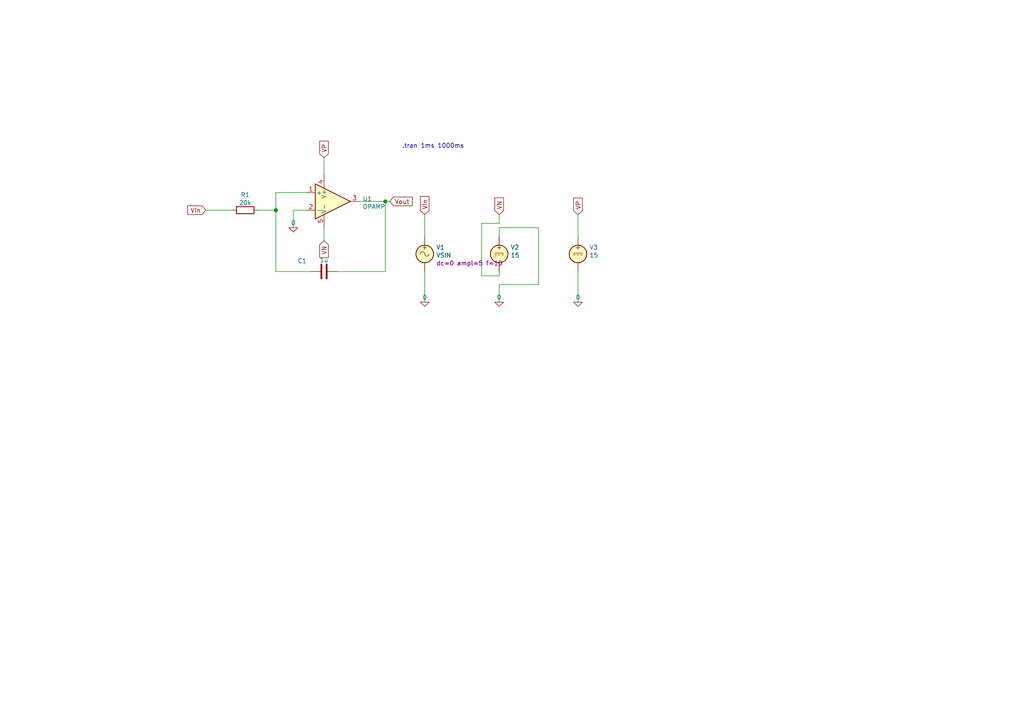
<source format=kicad_sch>
(kicad_sch (version 20210406) (generator eeschema)
  (paper "A4")
  (lib_symbols
    (symbol "Device:C" (pin_numbers hide) (pin_names (offset 0.254))
      (property "Reference" "C" (at 0.635 2.54 0))
      (property "Value" "C" (at 0.635 -2.54 0))
      (symbol "C_0_1"
        (polyline (pts (xy -2.032 -0.762) (xy 2.032 -0.762)) (stroke (width 0.508)))
        (polyline (pts (xy -2.032 0.762) (xy 2.032 0.762)) (stroke (width 0.508)))
      )
      (symbol "C_1_1"
        (pin passive line (at 0 3.81 270) (length 2.794) (name "~") (number "1"))
        (pin passive line (at 0 -3.81 90) (length 2.794) (name "~") (number "2"))
      )
    )
    (symbol "Device:R" (pin_numbers hide) (pin_names (offset 0))
      (property "Reference" "R" (at 2.032 0 90))
      (property "Value" "R" (at 0 0 90))
      (symbol "R_0_1"
        (rectangle (start -1.016 -2.54) (end 1.016 2.54) (stroke (width 0.254)))
      )
      (symbol "R_1_1"
        (pin passive line (at 0 3.81 270) (length 1.27) (name "~") (number "1"))
        (pin passive line (at 0 -3.81 90) (length 1.27) (name "~") (number "2"))
      )
    )
    (symbol "Simulation_SPICE:VDC" (pin_numbers hide) (pin_names (offset 0.0254))
      (property "Reference" "V" (at 2.54 2.54 0))
      (property "Value" "VDC" (at 2.54 0 0))
      (property "Spice_Model" "dc(1)" (at 2.54 -2.54 0))
      (symbol "VDC_0_0"
        (text "+" (at 0 1.905 0) (effects (font (size 1.27 1.27))))
        (polyline (pts (xy -1.27 0.254) (xy 1.27 0.254)))
        (polyline (pts (xy -0.762 -0.254) (xy -1.27 -0.254)))
        (polyline (pts (xy 0.254 -0.254) (xy -0.254 -0.254)))
        (polyline (pts (xy 1.27 -0.254) (xy 0.762 -0.254)))
      )
      (symbol "VDC_0_1"
        (circle (center 0 0) (radius 2.54) (stroke (width 0.254)) (fill (type background)))
      )
      (symbol "VDC_1_1"
        (pin passive line (at 0 5.08 270) (length 2.54) (name "~") (number "1"))
        (pin passive line (at 0 -5.08 90) (length 2.54) (name "~") (number "2"))
      )
    )
    (symbol "Simulation_SPICE:VSIN" (pin_numbers hide) (pin_names (offset 0.0254))
      (property "Reference" "V" (at 2.54 2.54 0))
      (property "Value" "VSIN" (at 2.54 0 0))
      (property "Spice_Model" "sin(0 1 1k)" (at 2.54 -2.54 0))
      (symbol "VSIN_0_0"
        (arc (start 0 0) (end -1.27 0) (radius (at -0.635 0) (length 0.635) (angles 0.1 180)))
        (arc (start 0 0) (end 1.27 0) (radius (at 0.635 0) (length 0.635) (angles 180 -0.1)))
        (text "+" (at 0 1.905 0) (effects (font (size 1.27 1.27))))
      )
      (symbol "VSIN_0_1"
        (circle (center 0 0) (radius 2.54) (stroke (width 0.254)) (fill (type background)))
      )
      (symbol "VSIN_1_1"
        (pin passive line (at 0 5.08 270) (length 2.54) (name "~") (number "1"))
        (pin passive line (at 0 -5.08 90) (length 2.54) (name "~") (number "2"))
      )
    )
    (symbol "pspice:0" (power) (pin_names (offset 0))
      (property "Value" "0" (at 0 -1.778 0))
      (symbol "0_0_1"
        (polyline (pts (xy -1.27 0) (xy 0 -1.27) (xy 1.27 0) (xy -1.27 0)))
      )
      (symbol "0_1_1"
        (pin power_in line (at 0 0 0) (length 0) hide (name "0") (number "1"))
      )
    )
    (symbol "pspice:OPAMP" (pin_names (offset 0.254))
      (property "Reference" "U" (at 3.81 3.175 0))
      (property "Value" "OPAMP" (at 3.81 -3.175 0))
      (symbol "OPAMP_0_1"
        (polyline (pts (xy 5.08 0) (xy -5.08 5.08) (xy -5.08 -5.08) (xy 5.08 0)) (stroke (width 0.254)) (fill (type background)))
      )
      (symbol "OPAMP_1_1"
        (pin input line (at -7.62 2.54 0) (length 2.54) (name "+") (number "1"))
        (pin input line (at -7.62 -2.54 0) (length 2.54) (name "-") (number "2"))
        (pin output line (at 7.62 0 180) (length 2.54) (name "~") (number "3"))
        (pin power_in line (at -2.54 7.62 270) (length 3.81) (name "V+") (number "4"))
        (pin power_in line (at -2.54 -7.62 90) (length 3.81) (name "V-") (number "5"))
      )
    )
  )
  (junction (at 80.01 60.96) (diameter 1.016))
  (junction (at 111.76 58.42) (diameter 1.016))
  (wire (pts (xy 59.69 60.96) (xy 67.31 60.96)))
  (wire (pts (xy 74.93 60.96) (xy 80.01 60.96)))
  (wire (pts (xy 80.01 55.88) (xy 80.01 60.96)))
  (wire (pts (xy 80.01 55.88) (xy 88.9 55.88)))
  (wire (pts (xy 80.01 60.96) (xy 80.01 78.74)))
  (wire (pts (xy 80.01 78.74) (xy 90.17 78.74)))
  (wire (pts (xy 85.09 60.96) (xy 85.09 66.04)))
  (wire (pts (xy 85.09 60.96) (xy 88.9 60.96)))
  (wire (pts (xy 93.98 45.72) (xy 93.98 50.8)))
  (wire (pts (xy 93.98 66.04) (xy 93.98 69.85)))
  (wire (pts (xy 97.79 78.74) (xy 111.76 78.74)))
  (wire (pts (xy 104.14 58.42) (xy 111.76 58.42)))
  (wire (pts (xy 111.76 58.42) (xy 113.03 58.42)))
  (wire (pts (xy 111.76 78.74) (xy 111.76 58.42)))
  (wire (pts (xy 123.19 62.23) (xy 123.19 68.58)))
  (wire (pts (xy 123.19 78.74) (xy 123.19 87.63)))
  (wire (pts (xy 139.7 64.77) (xy 139.7 80.01)))
  (wire (pts (xy 139.7 80.01) (xy 144.78 80.01)))
  (wire (pts (xy 144.78 62.23) (xy 144.78 64.77)))
  (wire (pts (xy 144.78 64.77) (xy 139.7 64.77)))
  (wire (pts (xy 144.78 66.04) (xy 144.78 68.58)))
  (wire (pts (xy 144.78 80.01) (xy 144.78 78.74)))
  (wire (pts (xy 144.78 82.55) (xy 156.21 82.55)))
  (wire (pts (xy 144.78 87.63) (xy 144.78 82.55)))
  (wire (pts (xy 156.21 66.04) (xy 144.78 66.04)))
  (wire (pts (xy 156.21 82.55) (xy 156.21 66.04)))
  (wire (pts (xy 167.64 62.23) (xy 167.64 68.58)))
  (wire (pts (xy 167.64 78.74) (xy 167.64 87.63)))
  (text ".tran 1ms 1000ms" (at 134.62 43.18 180) (effects (font (size 1.27 1.27)) (justify right bottom)))
  (global_label "Vin" (shape input) (at 59.69 60.96 180) (property "Intersheet References" "${INTERSHEET_REFS}" (effects hide)))
  (global_label "VP" (shape input) (at 93.98 45.72 90) (property "Intersheet References" "${INTERSHEET_REFS}" (effects hide)))
  (global_label "VN" (shape input) (at 93.98 69.85 270) (property "Intersheet References" "${INTERSHEET_REFS}" (effects hide)))
  (global_label "Vout" (shape input) (at 113.03 58.42 0) (property "Intersheet References" "${INTERSHEET_REFS}" (effects hide)))
  (global_label "Vin" (shape input) (at 123.19 62.23 90) (property "Intersheet References" "${INTERSHEET_REFS}" (effects hide)))
  (global_label "VN" (shape input) (at 144.78 62.23 90) (property "Intersheet References" "${INTERSHEET_REFS}" (effects hide)))
  (global_label "VP" (shape input) (at 167.64 62.23 90) (property "Intersheet References" "${INTERSHEET_REFS}" (effects hide)))
  (symbol (lib_id "pspice:0") (at 85.09 66.04 0) (unit 1)
    (property "Reference" "#GND?" (effects hide))
    (property "Value" "0" (at 85.09 64.6516 0))
  )
  (symbol (lib_id "pspice:0") (at 123.19 87.63 0) (unit 1)
    (property "Reference" "#GND?" (effects hide))
    (property "Value" "0" (at 123.19 86.2416 0))
  )
  (symbol (lib_id "pspice:0") (at 144.78 87.63 0) (unit 1)
    (property "Reference" "#GND?" (effects hide))
    (property "Value" "0" (at 144.78 86.2416 0))
  )
  (symbol (lib_id "pspice:0") (at 167.64 87.63 0) (unit 1)
    (property "Reference" "#GND?" (effects hide))
    (property "Value" "0" (at 167.64 86.2416 0))
  )
  (symbol (lib_id "Device:R") (at 71.12 60.96 270) (unit 1)
    (property "Reference" "R1" (at 71.12 56.5108 90))
    (property "Value" "20k" (at 71.12 58.8095 90))
  )
  (symbol (lib_id "Device:C") (at 93.98 78.74 90) (unit 1)
    (property "Reference" "C1" (at 87.63 75.6878 90))
    (property "Value" "1u" (at 93.98 75.4465 90))
  )
  (symbol (lib_id "Simulation_SPICE:VSIN") (at 123.19 73.66 0) (unit 1)
    (property "Reference" "V1" (at 126.4921 71.7498 0) (effects (justify left)))
    (property "Value" "VSIN" (at 126.4921 74.0485 0) (effects (justify left)))
    (property "Spice_Netlist_Enabled" "Y" (effects hide))
    (property "Spice_Primitive" "V" (effects hide))
    (property "Spice_Model" "sin(0 5 10)" (at 126.4921 76.3472 0) (effects (justify left)))
  )
  (symbol (lib_id "Simulation_SPICE:VDC") (at 144.78 73.66 0) (unit 1)
    (property "Reference" "V2" (at 148.0821 71.7498 0) (effects (justify left)))
    (property "Value" "VDC" (at 148.0821 74.0485 0) (effects (justify left)))
    (property "Spice_Netlist_Enabled" "Y" (effects hide))
    (property "Spice_Primitive" "V" (effects hide))
    (property "Spice_Model" "dc(15)" (at 148.0821 76.3472 0) (effects (justify left)))
  )
  (symbol (lib_id "Simulation_SPICE:VDC") (at 167.64 73.66 0) (unit 1)
    (property "Reference" "V3" (at 170.9421 71.7498 0) (effects (justify left)))
    (property "Value" "VDC" (at 170.9421 74.0485 0) (effects (justify left)))
    (property "Spice_Netlist_Enabled" "Y" (effects hide))
    (property "Spice_Primitive" "V" (effects hide))
    (property "Spice_Model" "dc(15)" (at 170.9421 76.3472 0) (effects (justify left)))
  )
  (symbol (lib_id "pspice:OPAMP") (at 96.52 58.42 0) (unit 1)
    (property "Reference" "U1" (at 105.1561 57.6591 0) (effects (justify left)))
    (property "Value" "OPAMP" (at 105.1561 59.9578 0) (effects (justify left)))
    (property "Spice_Primitive" "X" (effects hide))
    (property "Spice_Model" "uopamp_lvl2" (effects hide))
    (property "Spice_Netlist_Enabled" "Y" (effects hide))
    (property "Spice_Node_Sequence" "1 2 4 5 3" (effects hide))
    (property "Spice_Lib_File" "/home/zhakl/Documents/KiCad/ngspice libraries/uopamp_v1.1.lib" (effects hide))
  )
)
</source>
